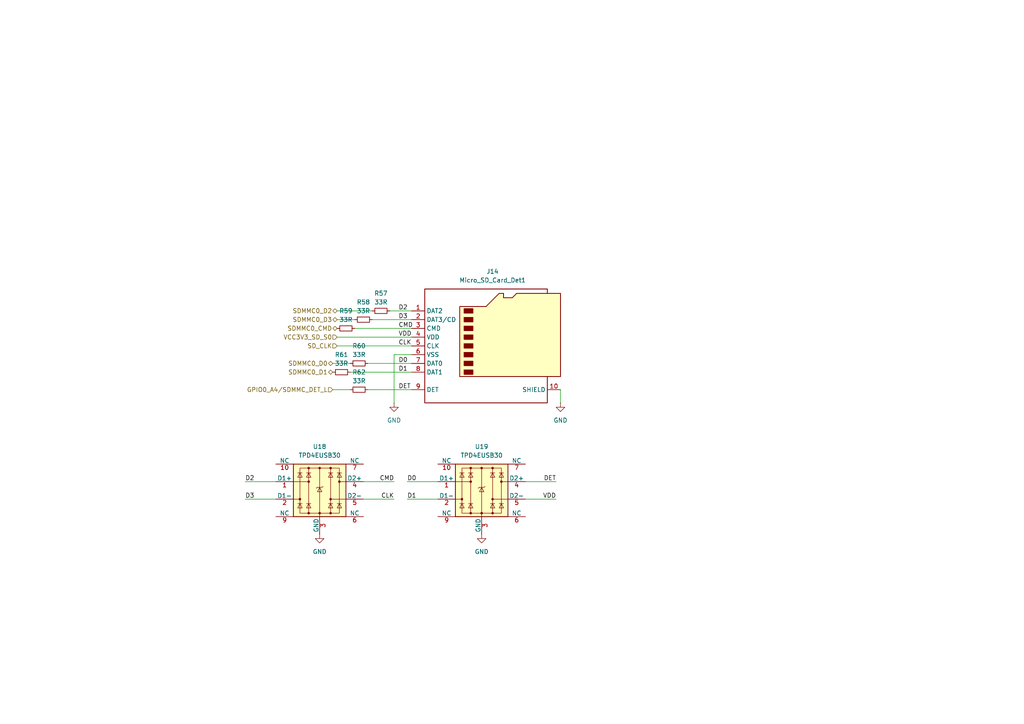
<source format=kicad_sch>
(kicad_sch (version 20240417) (generator "eeschema") (generator_version "8.99")
  (paper "A4")
  (lib_symbols
    (symbol "Connector:Micro_SD_Card_Det1"
      (property "Reference" "J" (at -16.51 17.78 0))
      (property "Value" "Micro_SD_Card_Det1" (at 16.51 17.78 0))
      (symbol "Micro_SD_Card_Det1_0_1"
        (polyline (pts (xy -8.89 -8.89) (xy -8.89 11.43) (xy -1.27 11.43) (xy 2.54 15.24) (xy 3.81 15.24) (xy 3.81 13.97) (xy 6.35 13.97) (xy 7.62 15.24) (xy 20.32 15.24) (xy 20.32 -8.89) (xy -8.89 -8.89)) (stroke (width 0.254)) (fill (type background)))
        (rectangle (start -7.62 10.795) (end -5.08 9.525) (stroke (width 0.254)) (fill (type outline)))
        (rectangle (start -7.62 8.255) (end -5.08 6.985) (stroke (width 0.254)) (fill (type outline)))
        (rectangle (start -7.62 5.715) (end -5.08 4.445) (stroke (width 0.254)) (fill (type outline)))
        (rectangle (start -7.62 3.175) (end -5.08 1.905) (stroke (width 0.254)) (fill (type outline)))
        (rectangle (start -7.62 0.635) (end -5.08 -0.635) (stroke (width 0.254)) (fill (type outline)))
        (rectangle (start -7.62 -1.905) (end -5.08 -3.175) (stroke (width 0.254)) (fill (type outline)))
        (rectangle (start -7.62 -4.445) (end -5.08 -5.715) (stroke (width 0.254)) (fill (type outline)))
        (rectangle (start -7.62 -6.985) (end -5.08 -8.255) (stroke (width 0.254)) (fill (type outline)))
        (polyline (pts (xy 16.51 15.24) (xy 16.51 16.51) (xy -19.05 16.51) (xy -19.05 -16.51) (xy 16.51 -16.51) (xy 16.51 -8.89)) (stroke (width 0.254)))
      )
      (symbol "Micro_SD_Card_Det1_1_1"
        (pin bidirectional line (at -22.86 10.16 0) (length 3.81) (name "DAT2") (number "1"))
        (pin passive line (at 20.32 -12.7 180) (length 3.81) (name "SHIELD") (number "10"))
        (pin bidirectional line (at -22.86 7.62 0) (length 3.81) (name "DAT3/CD") (number "2"))
        (pin input line (at -22.86 5.08 0) (length 3.81) (name "CMD") (number "3"))
        (pin power_in line (at -22.86 2.54 0) (length 3.81) (name "VDD") (number "4"))
        (pin input line (at -22.86 0 0) (length 3.81) (name "CLK") (number "5"))
        (pin power_in line (at -22.86 -2.54 0) (length 3.81) (name "VSS") (number "6"))
        (pin bidirectional line (at -22.86 -5.08 0) (length 3.81) (name "DAT0") (number "7"))
        (pin bidirectional line (at -22.86 -7.62 0) (length 3.81) (name "DAT1") (number "8"))
        (pin passive line (at -22.86 -12.7 0) (length 3.81) (name "DET") (number "9"))
      )
    )
    (symbol "Device:R_Small" (pin_numbers hide) (pin_names (offset 0.254) hide)
      (property "Reference" "R" (at 0.762 0.508 0))
      (property "Value" "R_Small" (at 0.762 -1.016 0))
      (symbol "R_Small_0_1"
        (rectangle (start -0.762 1.778) (end 0.762 -1.778) (stroke (width 0.2032)))
      )
      (symbol "R_Small_1_1"
        (pin passive line (at 0 2.54 270) (length 0.762) (name "~") (number "1"))
        (pin passive line (at 0 -2.54 90) (length 0.762) (name "~") (number "2"))
      )
    )
    (symbol "Power_Protection:TPD4EUSB30" (pin_names (offset 0))
      (property "Reference" "U" (at -0.635 8.89 0))
      (property "Value" "TPD4EUSB30" (at 8.89 -10.16 0))
      (symbol "TPD4EUSB30_0_0"
        (rectangle (start -5.715 6.477) (end 5.715 -6.604))
        (polyline (pts (xy -3.175 -6.604) (xy -3.175 6.477)))
        (polyline (pts (xy 0 6.477) (xy 0 -6.604)))
        (polyline (pts (xy 3.175 6.477) (xy 3.175 -6.604)))
      )
      (symbol "TPD4EUSB30_0_1"
        (polyline (pts (xy -7.747 2.54) (xy -3.175 2.54)))
        (rectangle (start -7.62 7.62) (end 7.62 -7.62) (stroke (width 0.254)) (fill (type background)))
        (polyline (pts (xy -7.62 -2.54) (xy -5.715 -2.54)))
        (circle (center -5.715 -2.54) (radius 0.2794) (fill (type outline)))
        (polyline (pts (xy -5.08 5.08) (xy -6.35 5.08)))
        (polyline (pts (xy -5.08 3.81) (xy -6.35 3.81) (xy -5.715 5.08) (xy -5.08 3.81)))
        (polyline (pts (xy -5.08 -3.81) (xy -6.35 -3.81)))
        (polyline (pts (xy -5.08 -5.08) (xy -6.35 -5.08) (xy -5.715 -3.81) (xy -5.08 -5.08)))
        (circle (center -3.175 6.477) (radius 0.2794) (fill (type outline)))
        (circle (center -3.175 2.54) (radius 0.2794) (fill (type outline)))
        (circle (center -3.175 -6.604) (radius 0.2794) (fill (type outline)))
        (polyline (pts (xy -2.54 5.08) (xy -3.81 5.08)))
        (polyline (pts (xy -2.54 3.81) (xy -3.81 3.81) (xy -3.175 5.08) (xy -2.54 3.81)))
        (polyline (pts (xy -2.54 -3.81) (xy -3.81 -3.81)))
        (polyline (pts (xy -2.54 -5.08) (xy -3.81 -5.08) (xy -3.175 -3.81) (xy -2.54 -5.08)))
        (polyline (pts (xy -0.635 0.889) (xy -1.016 0.635)))
        (circle (center 0 6.477) (radius 0.2794) (fill (type outline)))
        (polyline (pts (xy 0 -6.604) (xy 0 -7.62)))
        (circle (center 0 -6.604) (radius 0.2794) (fill (type outline)))
        (polyline (pts (xy 0.635 0.889) (xy -0.635 0.889)))
        (polyline (pts (xy 0.635 0.889) (xy 1.016 1.143)))
        (polyline (pts (xy 0.635 -0.381) (xy -0.635 -0.381) (xy 0 0.889) (xy 0.635 -0.381)))
        (circle (center 3.175 6.477) (radius 0.2794) (fill (type outline)))
        (circle (center 3.175 -2.54) (radius 0.2794) (fill (type outline)))
        (circle (center 3.175 -6.604) (radius 0.2794) (fill (type outline)))
        (polyline (pts (xy 3.81 5.08) (xy 2.54 5.08)))
        (polyline (pts (xy 3.81 3.81) (xy 2.54 3.81) (xy 3.175 5.08) (xy 3.81 3.81)))
        (polyline (pts (xy 3.81 -3.81) (xy 2.54 -3.81)))
        (polyline (pts (xy 3.81 -5.08) (xy 2.54 -5.08) (xy 3.175 -3.81) (xy 3.81 -5.08)))
        (circle (center 5.715 2.54) (radius 0.2794) (fill (type outline)))
        (polyline (pts (xy 6.35 5.08) (xy 5.08 5.08)))
        (polyline (pts (xy 6.35 3.81) (xy 5.08 3.81) (xy 5.715 5.08) (xy 6.35 3.81)))
        (polyline (pts (xy 6.35 -3.81) (xy 5.08 -3.81)))
        (polyline (pts (xy 6.35 -5.08) (xy 5.08 -5.08) (xy 5.715 -3.81) (xy 6.35 -5.08)))
        (polyline (pts (xy 7.62 2.54) (xy 5.715 2.54)))
        (polyline (pts (xy 7.62 -2.54) (xy 3.175 -2.54)))
      )
      (symbol "TPD4EUSB30_1_1"
        (pin passive line (at -12.7 2.54 0) (length 5.08) (name "D1+") (number "1"))
        (pin free line (at -12.7 7.62 0) (length 5.08) (name "NC") (number "10"))
        (pin passive line (at -12.7 -2.54 0) (length 5.08) (name "D1-") (number "2"))
        (pin power_in line (at 0 -12.7 90) (length 5.08) (name "GND") (number "3"))
        (pin passive line (at 12.7 2.54 180) (length 5.08) (name "D2+") (number "4"))
        (pin passive line (at 12.7 -2.54 180) (length 5.08) (name "D2-") (number "5"))
        (pin free line (at 12.7 -7.62 180) (length 5.08) (name "NC") (number "6"))
        (pin free line (at 12.7 7.62 180) (length 5.08) (name "NC") (number "7"))
        (pin passive line (at 0 -12.7 90) (length 5.08) hide (name "GND") (number "8"))
        (pin free line (at -12.7 -7.62 0) (length 5.08) (name "NC") (number "9"))
      )
    )
    (symbol "power:GND" (power) (pin_numbers hide) (pin_names (offset 0) hide)
      (property "Value" "GND" (at 0 -3.81 0))
      (symbol "GND_0_1"
        (polyline (pts (xy 0 0) (xy 0 -1.27) (xy 1.27 -1.27) (xy 0 -2.54) (xy -1.27 -1.27) (xy 0 -1.27)))
      )
      (symbol "GND_1_1"
        (pin power_in line (at 0 0 270) (length 0) (name "~") (number "1"))
      )
    )
  )
  (wire (pts (xy 80.01 139.7) (xy 71.12 139.7)))
  (wire (pts (xy 96.52 105.41) (xy 101.6 105.41)))
  (wire (pts (xy 127 144.78) (xy 118.11 144.78)))
  (wire (pts (xy 97.79 97.79) (xy 119.38 97.79)))
  (wire (pts (xy 80.01 144.78) (xy 71.12 144.78)))
  (wire (pts (xy 97.79 90.17) (xy 107.95 90.17)))
  (wire (pts (xy 113.03 90.17) (xy 119.38 90.17)))
  (wire (pts (xy 101.6 107.95) (xy 119.38 107.95)))
  (wire (pts (xy 96.52 113.03) (xy 101.6 113.03)))
  (wire (pts (xy 162.56 113.03) (xy 162.56 116.84)))
  (wire (pts (xy 152.4 139.7) (xy 161.29 139.7)))
  (wire (pts (xy 106.68 105.41) (xy 119.38 105.41)))
  (wire (pts (xy 105.41 139.7) (xy 114.3 139.7)))
  (wire (pts (xy 105.41 144.78) (xy 114.3 144.78)))
  (wire (pts (xy 97.79 100.33) (xy 119.38 100.33)))
  (wire (pts (xy 107.95 92.71) (xy 119.38 92.71)))
  (wire (pts (xy 114.3 102.87) (xy 114.3 116.84)))
  (wire (pts (xy 119.38 102.87) (xy 114.3 102.87)))
  (wire (pts (xy 102.87 95.25) (xy 119.38 95.25)))
  (wire (pts (xy 127 139.7) (xy 118.11 139.7)))
  (wire (pts (xy 152.4 144.78) (xy 161.29 144.78)))
  (wire (pts (xy 97.79 92.71) (xy 102.87 92.71)))
  (wire (pts (xy 106.68 113.03) (xy 119.38 113.03)))
  (label "CMD" (at 115.57 95.25 0))
  (label "D3" (at 115.57 92.71 0))
  (label "D1" (at 118.11 144.78 0))
  (label "CLK" (at 115.57 100.33 0))
  (label "VDD" (at 115.57 97.79 0))
  (label "CMD" (at 114.3 139.7 180))
  (label "VDD" (at 161.29 144.78 180))
  (label "D3" (at 71.12 144.78 0))
  (label "DET" (at 115.57 113.03 0))
  (label "DET" (at 161.29 139.7 180))
  (label "D0" (at 115.57 105.41 0))
  (label "D1" (at 115.57 107.95 0))
  (label "CLK" (at 114.3 144.78 180))
  (label "D2" (at 115.57 90.17 0))
  (label "D0" (at 118.11 139.7 0))
  (label "D2" (at 71.12 139.7 0))
  (hierarchical_label "SDMMC0_D0" (shape bidirectional) (at 96.52 105.41 180))
  (hierarchical_label "VCC3V3_SD_S0" (shape input) (at 97.79 97.79 180))
  (hierarchical_label "SDMMC0_D2" (shape bidirectional) (at 97.79 90.17 180))
  (hierarchical_label "SDMMC0_D3" (shape bidirectional) (at 97.79 92.71 180))
  (hierarchical_label "GPIO0_A4{slash}SDMMC_DET_L" (shape input) (at 96.52 113.03 180))
  (hierarchical_label "SD_CLK" (shape input) (at 97.79 100.33 180))
  (hierarchical_label "SDMMC0_CMD" (shape bidirectional) (at 97.79 95.25 180))
  (hierarchical_label "SDMMC0_D1" (shape bidirectional) (at 96.52 107.95 180))
  (symbol (lib_id "power:GND") (at 92.71 154.94 0) (unit 1)
    (property "Reference" "#PWR079" (effects (hide yes)))
    (property "Value" "GND" (at 92.71 160.02 0))
    (property "Description" "Power symbol creates a global label with name \"GND\" , ground" (effects (hide yes)))
  )
  (symbol (lib_id "Device:R_Small") (at 105.41 92.71 90) (unit 1)
    (property "Reference" "R58" (at 105.41 87.63 90))
    (property "Value" "33R" (at 105.41 90.17 90))
    (property "Description" "Resistor, small symbol" (effects (hide yes)))
  )
  (symbol (lib_id "Device:R_Small") (at 110.49 90.17 90) (unit 1)
    (property "Reference" "R57" (at 110.49 85.09 90))
    (property "Value" "33R" (at 110.49 87.63 90))
    (property "Description" "Resistor, small symbol" (effects (hide yes)))
  )
  (symbol (lib_id "Device:R_Small") (at 104.14 113.03 90) (unit 1)
    (property "Reference" "R62" (at 104.14 107.95 90))
    (property "Value" "33R" (at 104.14 110.49 90))
    (property "Description" "Resistor, small symbol" (effects (hide yes)))
  )
  (symbol (lib_id "Connector:Micro_SD_Card_Det1") (at 142.24 100.33 0) (unit 1)
    (property "Reference" "J14" (at 142.875 78.74 0))
    (property "Value" "Micro_SD_Card_Det1" (at 142.875 81.28 0))
    (property "Datasheet" "https://datasheet.lcsc.com/lcsc/2110151630_XKB-Connectivity-XKTF-015-N_C381082.pdf" (effects (hide yes)))
    (property "Description" "Micro SD Card Socket with one card detection pin" (effects (hide yes)))
  )
  (symbol (lib_id "Device:R_Small") (at 99.06 107.95 90) (unit 1)
    (property "Reference" "R61" (at 99.06 102.87 90))
    (property "Value" "33R" (at 99.06 105.41 90))
    (property "Description" "Resistor, small symbol" (effects (hide yes)))
  )
  (symbol (lib_id "Device:R_Small") (at 104.14 105.41 90) (unit 1)
    (property "Reference" "R60" (at 104.14 100.33 90))
    (property "Value" "33R" (at 104.14 102.87 90))
    (property "Description" "Resistor, small symbol" (effects (hide yes)))
  )
  (symbol (lib_id "Power_Protection:TPD4EUSB30") (at 139.7 142.24 0) (unit 1)
    (property "Reference" "U19" (at 139.7 129.54 0))
    (property "Value" "TPD4EUSB30" (at 139.7 132.08 0))
    (property "Footprint" "Package_SON:USON-10_2.5x1.0mm_P0.5mm" (effects (hide yes)))
    (property "Datasheet" "http://www.ti.com/lit/ds/symlink/tpd2eusb30a.pdf" (effects (hide yes)))
    (property "Description" "4-Channel ESD Protection for Super-Speed USB 3.0 Interface, USON-10" (effects (hide yes)))
  )
  (symbol (lib_id "power:GND") (at 114.3 116.84 0) (unit 1)
    (property "Reference" "#PWR077" (effects (hide yes)))
    (property "Value" "GND" (at 114.3 121.92 0))
    (property "Description" "Power symbol creates a global label with name \"GND\" , ground" (effects (hide yes)))
  )
  (symbol (lib_id "power:GND") (at 139.7 154.94 0) (unit 1)
    (property "Reference" "#PWR080" (effects (hide yes)))
    (property "Value" "GND" (at 139.7 160.02 0))
    (property "Description" "Power symbol creates a global label with name \"GND\" , ground" (effects (hide yes)))
  )
  (symbol (lib_id "power:GND") (at 162.56 116.84 0) (unit 1)
    (property "Reference" "#PWR078" (effects (hide yes)))
    (property "Value" "GND" (at 162.56 121.92 0))
    (property "Description" "Power symbol creates a global label with name \"GND\" , ground" (effects (hide yes)))
  )
  (symbol (lib_id "Device:R_Small") (at 100.33 95.25 90) (unit 1)
    (property "Reference" "R59" (at 100.33 90.17 90))
    (property "Value" "33R" (at 100.33 92.71 90))
    (property "Description" "Resistor, small symbol" (effects (hide yes)))
  )
  (symbol (lib_id "Power_Protection:TPD4EUSB30") (at 92.71 142.24 0) (unit 1)
    (property "Reference" "U18" (at 92.71 129.54 0))
    (property "Value" "TPD4EUSB30" (at 92.71 132.08 0))
    (property "Footprint" "Package_SON:USON-10_2.5x1.0mm_P0.5mm" (effects (hide yes)))
    (property "Datasheet" "http://www.ti.com/lit/ds/symlink/tpd2eusb30a.pdf" (effects (hide yes)))
    (property "Description" "4-Channel ESD Protection for Super-Speed USB 3.0 Interface, USON-10" (effects (hide yes)))
  )
)
</source>
